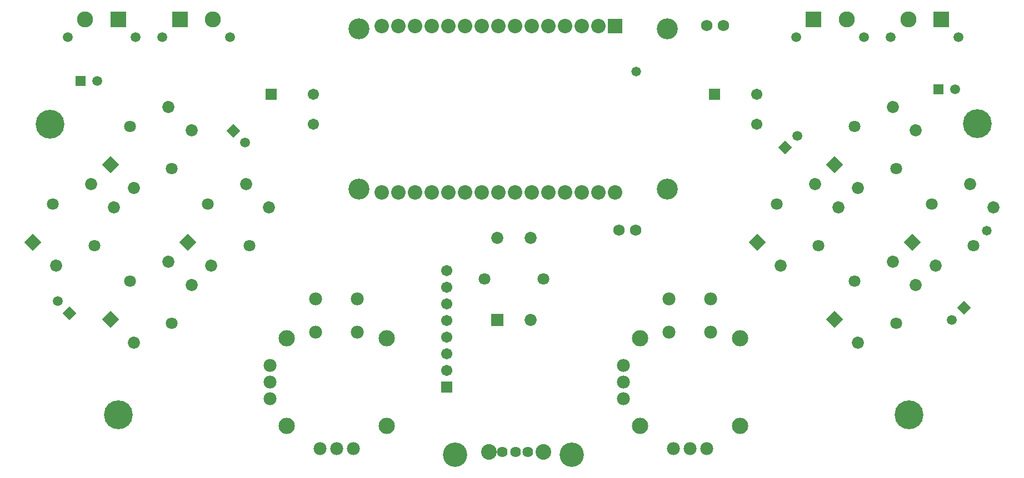
<source format=gbs>
G04*
G04 #@! TF.GenerationSoftware,Altium Limited,Altium Designer,23.7.1 (13)*
G04*
G04 Layer_Color=16711935*
%FSLAX44Y44*%
%MOMM*%
G71*
G04*
G04 #@! TF.SameCoordinates,F0151953-7860-4C4B-BC48-228A45E59CF9*
G04*
G04*
G04 #@! TF.FilePolarity,Negative*
G04*
G01*
G75*
%ADD14R,2.2032X2.2032*%
%ADD15C,2.2032*%
%ADD16C,3.2032*%
%ADD17C,4.3942*%
%ADD18C,1.9812*%
%ADD19C,1.5032*%
%ADD20C,2.4532*%
%ADD21P,2.6163X4X90.0*%
%ADD22C,1.8500*%
%ADD23C,1.8000*%
%ADD24C,1.6256*%
%ADD25C,1.7112*%
%ADD26C,1.7272*%
%ADD27C,2.3876*%
%ADD28R,1.8500X1.8500*%
%ADD29C,3.7192*%
%ADD30R,1.7112X1.7112*%
%ADD31P,2.1258X4X180.0*%
%ADD32R,1.5032X1.5032*%
%ADD33C,2.4892*%
%ADD34R,2.4532X2.4532*%
%ADD35R,1.7032X1.7032*%
%ADD36C,1.7032*%
%ADD37P,2.1258X4X270.0*%
%ADD38C,1.4732*%
D14*
X1135380Y769620D02*
D03*
D15*
X1109980D02*
D03*
X1084580D02*
D03*
X1059180D02*
D03*
X1033780D02*
D03*
X1008380D02*
D03*
X982980D02*
D03*
X957580D02*
D03*
X932180D02*
D03*
X906780D02*
D03*
X881380D02*
D03*
X855980D02*
D03*
X830580D02*
D03*
X805180D02*
D03*
X779780D02*
D03*
X1135380Y515620D02*
D03*
X1109980D02*
D03*
X1084580D02*
D03*
X1059180D02*
D03*
X1033780D02*
D03*
X1008380D02*
D03*
X982980D02*
D03*
X957580D02*
D03*
X932180D02*
D03*
X906780D02*
D03*
X881380D02*
D03*
X855980D02*
D03*
X830580D02*
D03*
X805180D02*
D03*
X779780D02*
D03*
D16*
X745480Y765420D02*
D03*
Y520320D02*
D03*
X1214980D02*
D03*
Y765420D02*
D03*
D17*
X274320Y619760D02*
D03*
X1687830Y621030D02*
D03*
X378460Y176530D02*
D03*
X1583690D02*
D03*
D18*
X679450Y353060D02*
D03*
X1217930D02*
D03*
X1249680Y124460D02*
D03*
X1148080Y226060D02*
D03*
X609600D02*
D03*
X711200Y124460D02*
D03*
X742950Y353060D02*
D03*
X679450Y302260D02*
D03*
X742950D02*
D03*
X685800Y124460D02*
D03*
X736600D02*
D03*
X609600Y251460D02*
D03*
Y200660D02*
D03*
X1281430Y353060D02*
D03*
X1217930Y302260D02*
D03*
X1281430D02*
D03*
X1224280Y124460D02*
D03*
X1275080D02*
D03*
X1148080Y251460D02*
D03*
Y200660D02*
D03*
D19*
X346710Y685800D02*
D03*
X1653540Y673100D02*
D03*
X286412Y349340D02*
D03*
X572252Y591820D02*
D03*
X1411940Y752280D02*
D03*
X1514940D02*
D03*
X445940D02*
D03*
X548940D02*
D03*
X404960D02*
D03*
X301960D02*
D03*
X1658920D02*
D03*
X1555920D02*
D03*
X1649122Y321220D02*
D03*
X1413082Y602070D02*
D03*
D20*
X1582420Y779780D02*
D03*
X328460D02*
D03*
X522440D02*
D03*
X1488440D02*
D03*
D21*
X484981Y439573D02*
D03*
X366870Y321464D02*
D03*
Y557684D02*
D03*
X1470500Y321464D02*
D03*
Y557684D02*
D03*
X1352390Y439573D02*
D03*
X1588611D02*
D03*
X248761D02*
D03*
D22*
X573369Y527962D02*
D03*
X520336Y404218D02*
D03*
X608724Y492607D02*
D03*
X1006710Y446040D02*
D03*
Y321040D02*
D03*
X956710Y446040D02*
D03*
X402226Y286108D02*
D03*
X455258Y409852D02*
D03*
X490614Y374497D02*
D03*
X490614Y610717D02*
D03*
X402226Y522328D02*
D03*
X455258Y646072D02*
D03*
X1558888Y409852D02*
D03*
X1505856Y286108D02*
D03*
X1594244Y374497D02*
D03*
X1558888Y646072D02*
D03*
X1505856Y522328D02*
D03*
X1594244Y610717D02*
D03*
X1440779Y527962D02*
D03*
X1387746Y404218D02*
D03*
X1476134Y492607D02*
D03*
X1676999Y527962D02*
D03*
X1623966Y404218D02*
D03*
X1712354Y492607D02*
D03*
X372504D02*
D03*
X284116Y404218D02*
D03*
X337149Y527962D02*
D03*
D23*
X515033Y497910D02*
D03*
X578672Y434270D02*
D03*
X1026710Y383540D02*
D03*
X936710D02*
D03*
X460562Y316160D02*
D03*
X396922Y379800D02*
D03*
X460562Y552380D02*
D03*
X396922Y616020D02*
D03*
X1500552Y379800D02*
D03*
X1564192Y316160D02*
D03*
X1500552Y616020D02*
D03*
X1564192Y552380D02*
D03*
X1382443Y497910D02*
D03*
X1446082Y434270D02*
D03*
X1618663Y497910D02*
D03*
X1682302Y434270D02*
D03*
X342452D02*
D03*
X278813Y497910D02*
D03*
D24*
X984250Y119380D02*
D03*
X964250D02*
D03*
X1003250D02*
D03*
D25*
X878840Y294640D02*
D03*
Y396240D02*
D03*
Y370840D02*
D03*
Y345440D02*
D03*
Y320040D02*
D03*
Y269240D02*
D03*
Y243840D02*
D03*
D26*
X1275080Y770890D02*
D03*
X1300480D02*
D03*
X1141730Y458470D02*
D03*
X1167130D02*
D03*
D27*
X943250Y119380D02*
D03*
X1026250D02*
D03*
D28*
X956710Y321040D02*
D03*
D29*
X891540Y115570D02*
D03*
X1069340D02*
D03*
D30*
X878840Y218440D02*
D03*
D31*
X304372Y331380D02*
D03*
X554291Y609780D02*
D03*
D32*
X321310Y685800D02*
D03*
X1628140Y673100D02*
D03*
D33*
X635000Y292735D02*
D03*
Y159385D02*
D03*
X787400D02*
D03*
Y292735D02*
D03*
X1173480D02*
D03*
Y159385D02*
D03*
X1325880D02*
D03*
Y292735D02*
D03*
D34*
X1438440Y779780D02*
D03*
X472440D02*
D03*
X378460D02*
D03*
X1632420D02*
D03*
D35*
X611390Y665120D02*
D03*
X1287030D02*
D03*
D36*
X676390D02*
D03*
Y620120D02*
D03*
X1352030Y665120D02*
D03*
Y620120D02*
D03*
D37*
X1667082Y339180D02*
D03*
X1395122Y584110D02*
D03*
D38*
X1701800Y457200D02*
D03*
X1167892Y700278D02*
D03*
M02*

</source>
